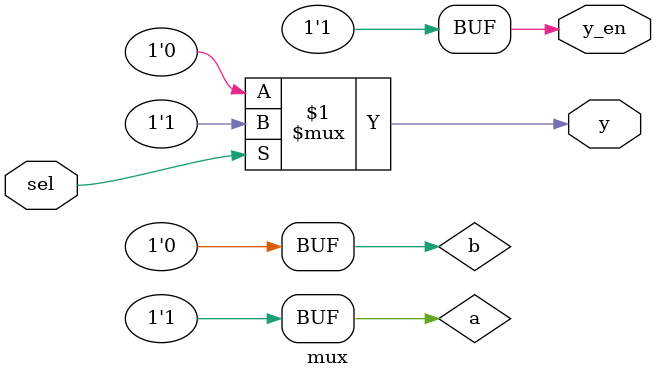
<source format=v>
(* top *)
module mux(
    (* iopad_external_pin *) input  sel,
    (* iopad_external_pin *) output y,
    (* iopad_external_pin *) output y_en
);

assign y_en = 1'b1;

wire a = 1'b1;
wire b = 1'b0;

assign y = sel ? a : b;

endmodule

</source>
